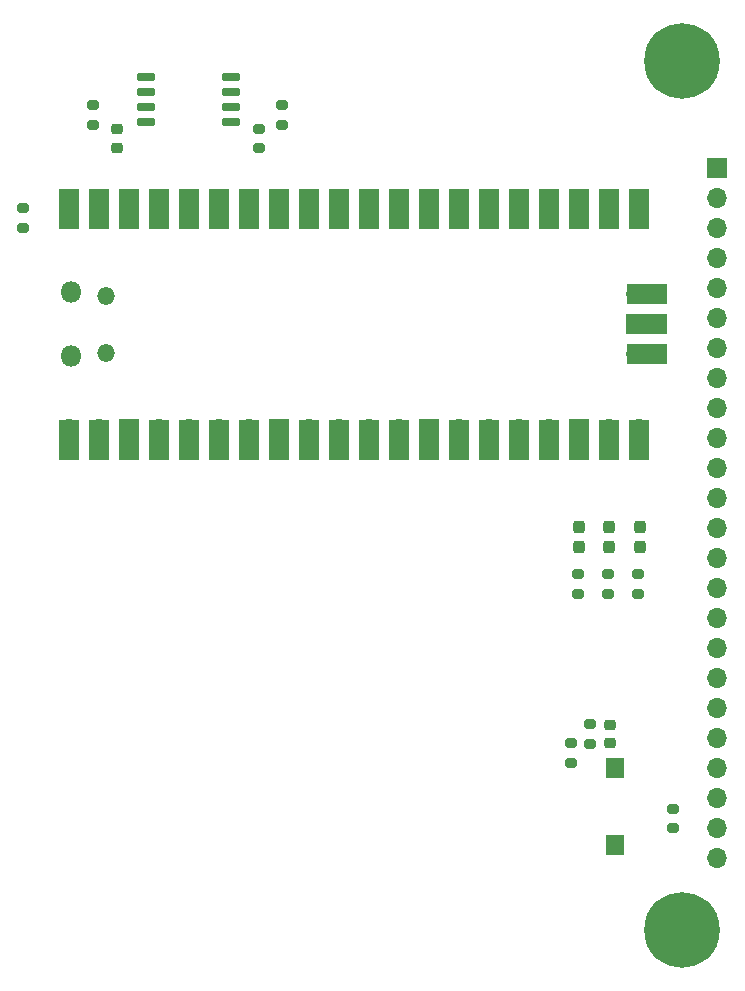
<source format=gbr>
G04 #@! TF.GenerationSoftware,KiCad,Pcbnew,7.0.9-7.0.9~ubuntu22.04.1*
G04 #@! TF.CreationDate,2023-12-12T21:19:09-05:00*
G04 #@! TF.ProjectId,tt03-tester,74743033-2d74-4657-9374-65722e6b6963,rev?*
G04 #@! TF.SameCoordinates,PX41cdb40PY623a7c0*
G04 #@! TF.FileFunction,Soldermask,Top*
G04 #@! TF.FilePolarity,Negative*
%FSLAX46Y46*%
G04 Gerber Fmt 4.6, Leading zero omitted, Abs format (unit mm)*
G04 Created by KiCad (PCBNEW 7.0.9-7.0.9~ubuntu22.04.1) date 2023-12-12 21:19:09*
%MOMM*%
%LPD*%
G01*
G04 APERTURE LIST*
G04 Aperture macros list*
%AMRoundRect*
0 Rectangle with rounded corners*
0 $1 Rounding radius*
0 $2 $3 $4 $5 $6 $7 $8 $9 X,Y pos of 4 corners*
0 Add a 4 corners polygon primitive as box body*
4,1,4,$2,$3,$4,$5,$6,$7,$8,$9,$2,$3,0*
0 Add four circle primitives for the rounded corners*
1,1,$1+$1,$2,$3*
1,1,$1+$1,$4,$5*
1,1,$1+$1,$6,$7*
1,1,$1+$1,$8,$9*
0 Add four rect primitives between the rounded corners*
20,1,$1+$1,$2,$3,$4,$5,0*
20,1,$1+$1,$4,$5,$6,$7,0*
20,1,$1+$1,$6,$7,$8,$9,0*
20,1,$1+$1,$8,$9,$2,$3,0*%
G04 Aperture macros list end*
%ADD10RoundRect,0.102000X0.700000X-0.750000X0.700000X0.750000X-0.700000X0.750000X-0.700000X-0.750000X0*%
%ADD11RoundRect,0.200000X-0.275000X0.200000X-0.275000X-0.200000X0.275000X-0.200000X0.275000X0.200000X0*%
%ADD12RoundRect,0.225000X0.250000X-0.225000X0.250000X0.225000X-0.250000X0.225000X-0.250000X-0.225000X0*%
%ADD13RoundRect,0.200000X0.275000X-0.200000X0.275000X0.200000X-0.275000X0.200000X-0.275000X-0.200000X0*%
%ADD14RoundRect,0.150000X0.650000X0.150000X-0.650000X0.150000X-0.650000X-0.150000X0.650000X-0.150000X0*%
%ADD15RoundRect,0.237500X0.237500X-0.287500X0.237500X0.287500X-0.237500X0.287500X-0.237500X-0.287500X0*%
%ADD16O,1.800000X1.800000*%
%ADD17O,1.500000X1.500000*%
%ADD18O,1.700000X1.700000*%
%ADD19R,1.700000X3.500000*%
%ADD20R,1.700000X1.700000*%
%ADD21R,3.500000X1.700000*%
%ADD22C,6.400000*%
G04 APERTURE END LIST*
D10*
G04 #@! TO.C,SW1*
X57100000Y11950000D03*
X57100000Y18450000D03*
G04 #@! TD*
D11*
G04 #@! TO.C,R10*
X55000000Y22125000D03*
X55000000Y20475000D03*
G04 #@! TD*
G04 #@! TO.C,R9*
X53400000Y20525000D03*
X53400000Y18875000D03*
G04 #@! TD*
D12*
G04 #@! TO.C,C2*
X56700000Y20525000D03*
X56700000Y22075000D03*
G04 #@! TD*
D13*
G04 #@! TO.C,R2*
X28917500Y72905000D03*
X28917500Y74555000D03*
G04 #@! TD*
D14*
G04 #@! TO.C,U1*
X24600000Y73095000D03*
X24600000Y74365000D03*
X24600000Y75635000D03*
X24600000Y76905000D03*
X17400000Y76905000D03*
X17400000Y75635000D03*
X17400000Y74365000D03*
X17400000Y73095000D03*
G04 #@! TD*
D15*
G04 #@! TO.C,D1*
X54020000Y37125000D03*
X54020000Y38875000D03*
G04 #@! TD*
D13*
G04 #@! TO.C,R8*
X59000000Y33175000D03*
X59000000Y34825000D03*
G04 #@! TD*
G04 #@! TO.C,R6*
X53980000Y33175000D03*
X53980000Y34825000D03*
G04 #@! TD*
G04 #@! TO.C,R1*
X26917500Y70905000D03*
X26917500Y72555000D03*
G04 #@! TD*
D11*
G04 #@! TO.C,R5*
X62000000Y15000000D03*
X62000000Y13350000D03*
G04 #@! TD*
D16*
G04 #@! TO.C,U2*
X11000000Y53275000D03*
D17*
X14030000Y53575000D03*
X14030000Y58425000D03*
D16*
X11000000Y58725000D03*
D18*
X10870000Y47110000D03*
D19*
X10870000Y46210000D03*
D18*
X13410000Y47110000D03*
D19*
X13410000Y46210000D03*
D20*
X15950000Y47110000D03*
D19*
X15950000Y46210000D03*
D18*
X18490000Y47110000D03*
D19*
X18490000Y46210000D03*
D18*
X21030000Y47110000D03*
D19*
X21030000Y46210000D03*
D18*
X23570000Y47110000D03*
D19*
X23570000Y46210000D03*
D18*
X26110000Y47110000D03*
D19*
X26110000Y46210000D03*
D20*
X28650000Y47110000D03*
D19*
X28650000Y46210000D03*
D18*
X31190000Y47110000D03*
D19*
X31190000Y46210000D03*
D18*
X33730000Y47110000D03*
D19*
X33730000Y46210000D03*
D18*
X36270000Y47110000D03*
D19*
X36270000Y46210000D03*
D18*
X38810000Y47110000D03*
D19*
X38810000Y46210000D03*
D20*
X41350000Y47110000D03*
D19*
X41350000Y46210000D03*
D18*
X43890000Y47110000D03*
D19*
X43890000Y46210000D03*
D18*
X46430000Y47110000D03*
D19*
X46430000Y46210000D03*
D18*
X48970000Y47110000D03*
D19*
X48970000Y46210000D03*
D18*
X51510000Y47110000D03*
D19*
X51510000Y46210000D03*
D20*
X54050000Y47110000D03*
D19*
X54050000Y46210000D03*
D18*
X56590000Y47110000D03*
D19*
X56590000Y46210000D03*
D18*
X59130000Y47110000D03*
D19*
X59130000Y46210000D03*
D18*
X59130000Y64890000D03*
D19*
X59130000Y65790000D03*
D18*
X56590000Y64890000D03*
D19*
X56590000Y65790000D03*
D20*
X54050000Y64890000D03*
D19*
X54050000Y65790000D03*
D18*
X51510000Y64890000D03*
D19*
X51510000Y65790000D03*
D18*
X48970000Y64890000D03*
D19*
X48970000Y65790000D03*
D18*
X46430000Y64890000D03*
D19*
X46430000Y65790000D03*
D18*
X43890000Y64890000D03*
D19*
X43890000Y65790000D03*
D20*
X41350000Y64890000D03*
D19*
X41350000Y65790000D03*
D18*
X38810000Y64890000D03*
D19*
X38810000Y65790000D03*
D18*
X36270000Y64890000D03*
D19*
X36270000Y65790000D03*
D18*
X33730000Y64890000D03*
D19*
X33730000Y65790000D03*
D18*
X31190000Y64890000D03*
D19*
X31190000Y65790000D03*
D20*
X28650000Y64890000D03*
D19*
X28650000Y65790000D03*
D18*
X26110000Y64890000D03*
D19*
X26110000Y65790000D03*
D18*
X23570000Y64890000D03*
D19*
X23570000Y65790000D03*
D18*
X21030000Y64890000D03*
D19*
X21030000Y65790000D03*
D18*
X18490000Y64890000D03*
D19*
X18490000Y65790000D03*
D20*
X15950000Y64890000D03*
D19*
X15950000Y65790000D03*
D18*
X13410000Y64890000D03*
D19*
X13410000Y65790000D03*
D18*
X10870000Y64890000D03*
D19*
X10870000Y65790000D03*
D18*
X58900000Y53460000D03*
D21*
X59800000Y53460000D03*
D20*
X58900000Y56000000D03*
D21*
X59800000Y56000000D03*
D18*
X58900000Y58540000D03*
D21*
X59800000Y58540000D03*
G04 #@! TD*
D13*
G04 #@! TO.C,R7*
X56490000Y33175000D03*
X56490000Y34825000D03*
G04 #@! TD*
D12*
G04 #@! TO.C,C1*
X14917500Y70955000D03*
X14917500Y72505000D03*
G04 #@! TD*
D13*
G04 #@! TO.C,R3*
X12917500Y72905000D03*
X12917500Y74555000D03*
G04 #@! TD*
D20*
G04 #@! TO.C,J2*
X65750000Y69260000D03*
D18*
X65750000Y66720000D03*
X65750000Y64180000D03*
X65750000Y61640000D03*
X65750000Y59100000D03*
X65750000Y56560000D03*
X65750000Y54020000D03*
X65750000Y51480000D03*
X65750000Y48940000D03*
X65750000Y46400000D03*
X65750000Y43860000D03*
X65750000Y41320000D03*
X65750000Y38780000D03*
X65750000Y36240000D03*
X65750000Y33700000D03*
X65750000Y31160000D03*
X65750000Y28620000D03*
X65750000Y26080000D03*
X65750000Y23540000D03*
X65750000Y21000000D03*
X65750000Y18460000D03*
X65750000Y15920000D03*
X65750000Y13380000D03*
X65750000Y10840000D03*
G04 #@! TD*
D15*
G04 #@! TO.C,D2*
X56610000Y37125000D03*
X56610000Y38875000D03*
G04 #@! TD*
D22*
G04 #@! TO.C,MT2*
X62750000Y4750000D03*
G04 #@! TD*
G04 #@! TO.C,MT1*
X62750000Y78250000D03*
G04 #@! TD*
D15*
G04 #@! TO.C,D3*
X59200000Y37125000D03*
X59200000Y38875000D03*
G04 #@! TD*
D11*
G04 #@! TO.C,R4*
X7000000Y65825000D03*
X7000000Y64175000D03*
G04 #@! TD*
M02*

</source>
